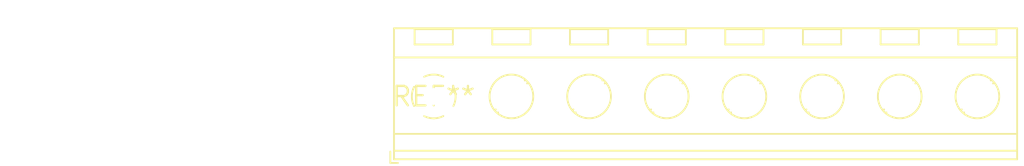
<source format=kicad_pcb>
(kicad_pcb (version 20240108) (generator pcbnew)
  (layers (0 "F.Cu" signal) (31 "B.Cu" signal) (34 "B.Paste" user) (35 "F.Paste" user) (36 "B.SilkS" user "B.Silkscreen") (37 "F.SilkS" user "F.Silkscreen") (38 "B.Mask" user) (39 "F.Mask" user) (44 "Edge.Cuts" user))
  (net 0 "")
  (footprint "TerminalBlock_RND_205-00238_1x08_P5.08mm_Horizontal" (layer "F.Cu") (at 0 0)
    (property "Reference" "REF**")
    (property "Value" "TerminalBlock_RND_205-00238_1x08_P5.08mm_Horizontal")
    (fp_line (start -2.84 3.61) (end -2.84 4.35) (layer "F.SilkS") (stroke (width 0.12)))
    (fp_line (start -2.84 4.35) (end -2.34 4.35) (layer "F.SilkS") (stroke (width 0.12)))
    (fp_line (start -2.6 -4.46) (end -2.6 4.11) (layer "F.SilkS") (stroke (width 0.12)))
    (fp_line (start -2.6 -4.46) (end 38.16 -4.46) (layer "F.SilkS") (stroke (width 0.12)))
    (fp_line (start -2.6 -2.55) (end 38.16 -2.55) (layer "F.SilkS") (stroke (width 0.12)))
    (fp_line (start -2.6 2.45) (end 38.16 2.45) (layer "F.SilkS") (stroke (width 0.12)))
    (fp_line (start -2.6 3.55) (end 38.16 3.55) (layer "F.SilkS") (stroke (width 0.12)))
    (fp_line (start -2.6 4.11) (end 38.16 4.11) (layer "F.SilkS") (stroke (width 0.12)))
    (fp_line (start -1.25 -4.4) (end -1.25 -3.4) (layer "F.SilkS") (stroke (width 0.12)))
    (fp_line (start -1.25 -4.4) (end 1.25 -4.4) (layer "F.SilkS") (stroke (width 0.12)))
    (fp_line (start -1.25 -3.4) (end 1.25 -3.4) (layer "F.SilkS") (stroke (width 0.12)))
    (fp_line (start 1.25 -4.4) (end 1.25 -3.4) (layer "F.SilkS") (stroke (width 0.12)))
    (fp_line (start 3.83 -4.4) (end 3.83 -3.4) (layer "F.SilkS") (stroke (width 0.12)))
    (fp_line (start 3.83 -4.4) (end 6.33 -4.4) (layer "F.SilkS") (stroke (width 0.12)))
    (fp_line (start 3.83 -3.4) (end 6.33 -3.4) (layer "F.SilkS") (stroke (width 0.12)))
    (fp_line (start 4.056 0.85) (end 3.996 0.91) (layer "F.SilkS") (stroke (width 0.12)))
    (fp_line (start 4.21 1.045) (end 4.17 1.085) (layer "F.SilkS") (stroke (width 0.12)))
    (fp_line (start 5.991 -1.085) (end 5.951 -1.045) (layer "F.SilkS") (stroke (width 0.12)))
    (fp_line (start 6.165 -0.91) (end 6.105 -0.851) (layer "F.SilkS") (stroke (width 0.12)))
    (fp_line (start 6.33 -4.4) (end 6.33 -3.4) (layer "F.SilkS") (stroke (width 0.12)))
    (fp_line (start 8.91 -4.4) (end 8.91 -3.4) (layer "F.SilkS") (stroke (width 0.12)))
    (fp_line (start 8.91 -4.4) (end 11.41 -4.4) (layer "F.SilkS") (stroke (width 0.12)))
    (fp_line (start 8.91 -3.4) (end 11.41 -3.4) (layer "F.SilkS") (stroke (width 0.12)))
    (fp_line (start 9.136 0.85) (end 9.076 0.91) (layer "F.SilkS") (stroke (width 0.12)))
    (fp_line (start 9.29 1.045) (end 9.25 1.085) (layer "F.SilkS") (stroke (width 0.12)))
    (fp_line (start 11.071 -1.085) (end 11.031 -1.045) (layer "F.SilkS") (stroke (width 0.12)))
    (fp_line (start 11.245 -0.91) (end 11.185 -0.851) (layer "F.SilkS") (stroke (width 0.12)))
    (fp_line (start 11.41 -4.4) (end 11.41 -3.4) (layer "F.SilkS") (stroke (width 0.12)))
    (fp_line (start 13.99 -4.4) (end 13.99 -3.4) (layer "F.SilkS") (stroke (width 0.12)))
    (fp_line (start 13.99 -4.4) (end 16.49 -4.4) (layer "F.SilkS") (stroke (width 0.12)))
    (fp_line (start 13.99 -3.4) (end 16.49 -3.4) (layer "F.SilkS") (stroke (width 0.12)))
    (fp_line (start 14.216 0.85) (end 14.156 0.91) (layer "F.SilkS") (stroke (width 0.12)))
    (fp_line (start 14.37 1.045) (end 14.33 1.085) (layer "F.SilkS") (stroke (width 0.12)))
    (fp_line (start 16.151 -1.085) (end 16.111 -1.045) (layer "F.SilkS") (stroke (width 0.12)))
    (fp_line (start 16.325 -0.91) (end 16.265 -0.851) (layer "F.SilkS") (stroke (width 0.12)))
    (fp_line (start 16.49 -4.4) (end 16.49 -3.4) (layer "F.SilkS") (stroke (width 0.12)))
    (fp_line (start 19.07 -4.4) (end 19.07 -3.4) (layer "F.SilkS") (stroke (width 0.12)))
    (fp_line (start 19.07 -4.4) (end 21.57 -4.4) (layer "F.SilkS") (stroke (width 0.12)))
    (fp_line (start 19.07 -3.4) (end 21.57 -3.4) (layer "F.SilkS") (stroke (width 0.12)))
    (fp_line (start 19.296 0.85) (end 19.236 0.91) (layer "F.SilkS") (stroke (width 0.12)))
    (fp_line (start 19.45 1.045) (end 19.41 1.085) (layer "F.SilkS") (stroke (width 0.12)))
    (fp_line (start 21.231 -1.085) (end 21.191 -1.045) (layer "F.SilkS") (stroke (width 0.12)))
    (fp_line (start 21.405 -0.91) (end 21.345 -0.851) (layer "F.SilkS") (stroke (width 0.12)))
    (fp_line (start 21.57 -4.4) (end 21.57 -3.4) (layer "F.SilkS") (stroke (width 0.12)))
    (fp_line (start 24.15 -4.4) (end 24.15 -3.4) (layer "F.SilkS") (stroke (width 0.12)))
    (fp_line (start 24.15 -4.4) (end 26.65 -4.4) (layer "F.SilkS") (stroke (width 0.12)))
    (fp_line (start 24.15 -3.4) (end 26.65 -3.4) (layer "F.SilkS") (stroke (width 0.12)))
    (fp_line (start 24.376 0.85) (end 24.316 0.91) (layer "F.SilkS") (stroke (width 0.12)))
    (fp_line (start 24.53 1.045) (end 24.49 1.085) (layer "F.SilkS") (stroke (width 0.12)))
    (fp_line (start 26.311 -1.085) (end 26.271 -1.045) (layer "F.SilkS") (stroke (width 0.12)))
    (fp_line (start 26.485 -0.91) (end 26.425 -0.851) (layer "F.SilkS") (stroke (width 0.12)))
    (fp_line (start 26.65 -4.4) (end 26.65 -3.4) (layer "F.SilkS") (stroke (width 0.12)))
    (fp_line (start 29.23 -4.4) (end 29.23 -3.4) (layer "F.SilkS") (stroke (width 0.12)))
    (fp_line (start 29.23 -4.4) (end 31.73 -4.4) (layer "F.SilkS") (stroke (width 0.12)))
    (fp_line (start 29.23 -3.4) (end 31.73 -3.4) (layer "F.SilkS") (stroke (width 0.12)))
    (fp_line (start 29.456 0.85) (end 29.396 0.91) (layer "F.SilkS") (stroke (width 0.12)))
    (fp_line (start 29.61 1.045) (end 29.57 1.085) (layer "F.SilkS") (stroke (width 0.12)))
    (fp_line (start 31.391 -1.085) (end 31.351 -1.045) (layer "F.SilkS") (stroke (width 0.12)))
    (fp_line (start 31.565 -0.91) (end 31.505 -0.851) (layer "F.SilkS") (stroke (width 0.12)))
    (fp_line (start 31.73 -4.4) (end 31.73 -3.4) (layer "F.SilkS") (stroke (width 0.12)))
    (fp_line (start 34.31 -4.4) (end 34.31 -3.4) (layer "F.SilkS") (stroke (width 0.12)))
    (fp_line (start 34.31 -4.4) (end 36.81 -4.4) (layer "F.SilkS") (stroke (width 0.12)))
    (fp_line (start 34.31 -3.4) (end 36.81 -3.4) (layer "F.SilkS") (stroke (width 0.12)))
    (fp_line (start 34.536 0.85) (end 34.476 0.91) (layer "F.SilkS") (stroke (width 0.12)))
    (fp_line (start 34.69 1.045) (end 34.65 1.085) (layer "F.SilkS") (stroke (width 0.12)))
    (fp_line (start 36.471 -1.085) (end 36.431 -1.045) (layer "F.SilkS") (stroke (width 0.12)))
    (fp_line (start 36.645 -0.91) (end 36.585 -0.851) (layer "F.SilkS") (stroke (width 0.12)))
    (fp_line (start 36.81 -4.4) (end 36.81 -3.4) (layer "F.SilkS") (stroke (width 0.12)))
    (fp_line (start 38.16 -4.46) (end 38.16 4.11) (layer "F.SilkS") (stroke (width 0.12)))
    (fp_arc (start -1.286611 0.626746) (mid -1.431146 -0.000697) (end -1.286 -0.628) (layer "F.SilkS") (stroke (width 0.12)))
    (fp_arc (start -0.627362 -1.285823) (mid -0.000201 -1.430707) (end 0.627 -1.286) (layer "F.SilkS") (stroke (width 0.12)))
    (fp_arc (start 0.02428 1.43094) (mid -0.310437 1.397071) (end -0.628 1.286) (layer "F.SilkS") (stroke (width 0.12)))
    (fp_arc (start 0.626871 1.285275) (mid 0.32168 1.393349) (end 0 1.43) (layer "F.SilkS") (stroke (width 0.12)))
    (fp_arc (start 1.285823 -0.627362) (mid 1.430707 -0.000201) (end 1.286 0.627) (layer "F.SilkS") (stroke (width 0.12)))
    (fp_circle (center 5.08 0) (end 6.51 0) (layer "F.SilkS") (stroke (width 0.12)) (fill none))
    (fp_circle (center 10.16 0) (end 11.59 0) (layer "F.SilkS") (stroke (width 0.12)) (fill none))
    (fp_circle (center 15.24 0) (end 16.67 0) (layer "F.SilkS") (stroke (width 0.12)) (fill none))
    (fp_circle (center 20.32 0) (end 21.75 0) (layer "F.SilkS") (stroke (width 0.12)) (fill none))
    (fp_circle (center 25.4 0) (end 26.83 0) (layer "F.SilkS") (stroke (width 0.12)) (fill none))
    (fp_circle (center 30.48 0) (end 31.91 0) (layer "F.SilkS") (stroke (width 0.12)) (fill none))
    (fp_circle (center 35.56 0) (end 36.99 0) (layer "F.SilkS") (stroke (width 0.12)) (fill none))
    (pad "1" thru_hole rect (at 0 0) (size 2.1 2.1) (drill 1.1) (layers *.Cu *.Mask) (remove_unused_layers))
    (pad "2" thru_hole circle (at 5.08 0) (size 2.1 2.1) (drill 1.1) (layers *.Cu *.Mask) (remove_unused_layers))
    (pad "3" thru_hole circle (at 10.16 0) (size 2.1 2.1) (drill 1.1) (layers *.Cu *.Mask) (remove_unused_layers))
    (pad "4" thru_hole circle (at 15.24 0) (size 2.1 2.1) (drill 1.1) (layers *.Cu *.Mask) (remove_unused_layers))
    (pad "5" thru_hole circle (at 20.32 0) (size 2.1 2.1) (drill 1.1) (layers *.Cu *.Mask) (remove_unused_layers))
    (pad "6" thru_hole circle (at 25.4 0) (size 2.1 2.1) (drill 1.1) (layers *.Cu *.Mask) (remove_unused_layers))
    (pad "7" thru_hole circle (at 30.48 0) (size 2.1 2.1) (drill 1.1) (layers *.Cu *.Mask) (remove_unused_layers))
    (pad "8" thru_hole circle (at 35.56 0) (size 2.1 2.1) (drill 1.1) (layers *.Cu *.Mask) (remove_unused_layers))
  )
)
</source>
